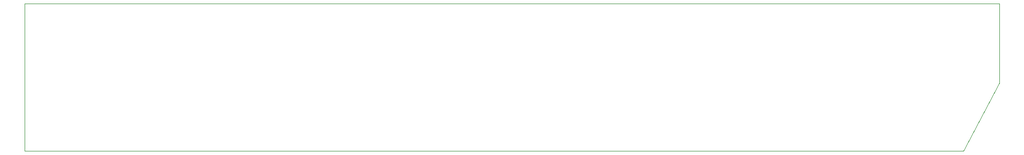
<source format=gbr>
%TF.GenerationSoftware,KiCad,Pcbnew,7.0.1*%
%TF.CreationDate,2024-02-29T20:07:47-07:00*%
%TF.ProjectId,HUD VID RCD PANEL,48554420-5649-4442-9052-43442050414e,4*%
%TF.SameCoordinates,Original*%
%TF.FileFunction,Profile,NP*%
%FSLAX46Y46*%
G04 Gerber Fmt 4.6, Leading zero omitted, Abs format (unit mm)*
G04 Created by KiCad (PCBNEW 7.0.1) date 2024-02-29 20:07:47*
%MOMM*%
%LPD*%
G01*
G04 APERTURE LIST*
%TA.AperFunction,Profile*%
%ADD10C,0.050000*%
%TD*%
G04 APERTURE END LIST*
D10*
X211500000Y-92000000D02*
X56642000Y-91998800D01*
X217474800Y-67564000D02*
X217474800Y-80670400D01*
X56642000Y-91998800D02*
X56642000Y-67564000D01*
X56642000Y-67564000D02*
X217474800Y-67564000D01*
X217474800Y-80670400D02*
X211500000Y-92000000D01*
M02*

</source>
